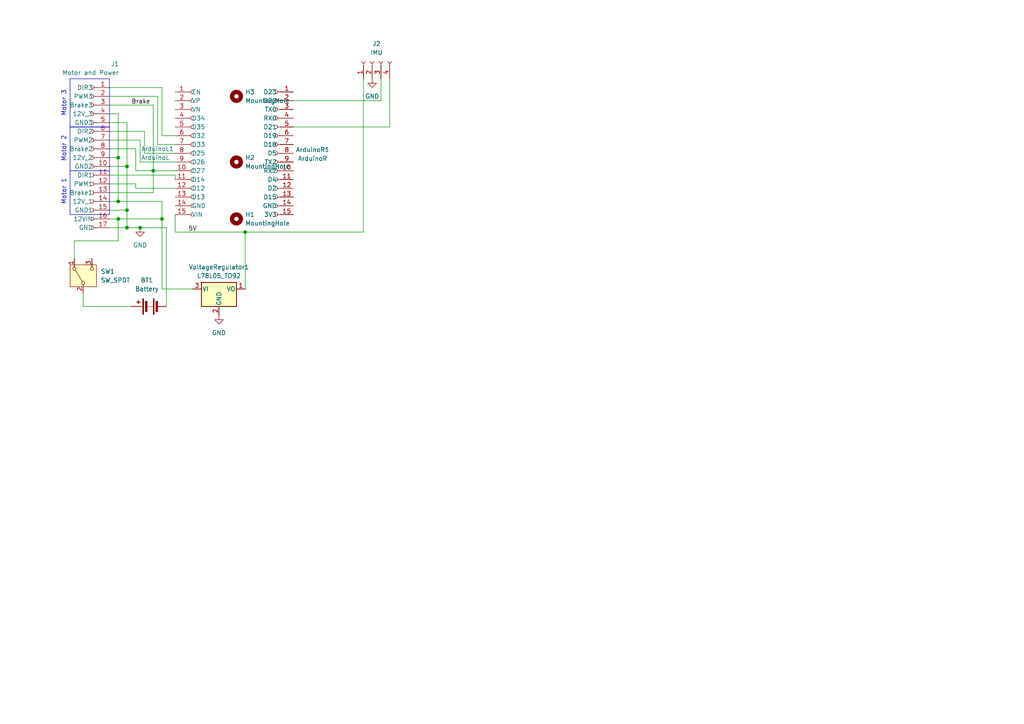
<source format=kicad_sch>
(kicad_sch (version 20250114) (generator "eeschema") (generator_version "9.0")
  (paper "A4")
  (lib_symbols
    (symbol "Conn_01x15_Socket_1" (pin_names (offset 1.016))
      (property "Reference" "ArduinoL" (at -20.32 1.27 0))
      (property "Value" "ArduinoL" (at -20.32 -1.27 0))
      (symbol "Conn_01x15_Socket_1_1_1"
        (polyline (pts (xy -1.27 17.78) (xy -0.508 17.78)) (stroke (width 0.1524)))
        (polyline (pts (xy -1.27 15.24) (xy -0.508 15.24)) (stroke (width 0.1524)))
        (polyline (pts (xy -1.27 12.7) (xy -0.508 12.7)) (stroke (width 0.1524)))
        (polyline (pts (xy -1.27 10.16) (xy -0.508 10.16)) (stroke (width 0.1524)))
        (polyline (pts (xy -1.27 7.62) (xy -0.508 7.62)) (stroke (width 0.1524)))
        (polyline (pts (xy -1.27 5.08) (xy -0.508 5.08)) (stroke (width 0.1524)))
        (polyline (pts (xy -1.27 2.54) (xy -0.508 2.54)) (stroke (width 0.1524)))
        (polyline (pts (xy -1.27 0) (xy -0.508 0)) (stroke (width 0.1524)))
        (polyline (pts (xy -1.27 -2.54) (xy -0.508 -2.54)) (stroke (width 0.1524)))
        (polyline (pts (xy -1.27 -5.08) (xy -0.508 -5.08)) (stroke (width 0.1524)))
        (polyline (pts (xy -1.27 -7.62) (xy -0.508 -7.62)) (stroke (width 0.1524)))
        (polyline (pts (xy -1.27 -10.16) (xy -0.508 -10.16)) (stroke (width 0.1524)))
        (polyline (pts (xy -1.27 -12.7) (xy -0.508 -12.7)) (stroke (width 0.1524)))
        (polyline (pts (xy -1.27 -15.24) (xy -0.508 -15.24)) (stroke (width 0.1524)))
        (polyline (pts (xy -1.27 -17.78) (xy -0.508 -17.78)) (stroke (width 0.1524)))
        (arc (start 0 17.272) (mid -0.5058 17.78) (end 0 18.288) (stroke (width 0.1524)))
        (arc (start 0 14.732) (mid -0.5058 15.24) (end 0 15.748) (stroke (width 0.1524)))
        (arc (start 0 12.192) (mid -0.5058 12.7) (end 0 13.208) (stroke (width 0.1524)))
        (arc (start 0 9.652) (mid -0.5058 10.16) (end 0 10.668) (stroke (width 0.1524)))
        (arc (start 0 7.112) (mid -0.5058 7.62) (end 0 8.128) (stroke (width 0.1524)))
        (arc (start 0 4.572) (mid -0.5058 5.08) (end 0 5.588) (stroke (width 0.1524)))
        (arc (start 0 2.032) (mid -0.5058 2.54) (end 0 3.048) (stroke (width 0.1524)))
        (arc (start 0 -0.508) (mid -0.5058 0) (end 0 0.508) (stroke (width 0.1524)))
        (arc (start 0 -3.048) (mid -0.5058 -2.54) (end 0 -2.032) (stroke (width 0.1524)))
        (arc (start 0 -5.588) (mid -0.5058 -5.08) (end 0 -4.572) (stroke (width 0.1524)))
        (arc (start 0 -8.128) (mid -0.5058 -7.62) (end 0 -7.112) (stroke (width 0.1524)))
        (arc (start 0 -10.668) (mid -0.5058 -10.16) (end 0 -9.652) (stroke (width 0.1524)))
        (arc (start 0 -13.208) (mid -0.5058 -12.7) (end 0 -12.192) (stroke (width 0.1524)))
        (arc (start 0 -15.748) (mid -0.5058 -15.24) (end 0 -14.732) (stroke (width 0.1524)))
        (arc (start 0 -18.288) (mid -0.5058 -17.78) (end 0 -17.272) (stroke (width 0.1524)))
        (pin passive line (at -5.08 17.78 0) (length 3.81) (name "EN") (number "1"))
        (pin passive line (at -5.08 15.24 0) (length 3.81) (name "VP") (number "2"))
        (pin passive line (at -5.08 12.7 0) (length 3.81) (name "VN") (number "3"))
        (pin passive line (at -5.08 10.16 0) (length 3.81) (name "D34") (number "4"))
        (pin passive line (at -5.08 7.62 0) (length 3.81) (name "D35") (number "5"))
        (pin passive line (at -5.08 5.08 0) (length 3.81) (name "D32") (number "6"))
        (pin passive line (at -5.08 2.54 0) (length 3.81) (name "D33") (number "7"))
        (pin passive line (at -5.08 0 0) (length 3.81) (name "D25") (number "8"))
        (pin passive line (at -5.08 -2.54 0) (length 3.81) (name "D26") (number "9"))
        (pin passive line (at -5.08 -5.08 0) (length 3.81) (name "D27") (number "10"))
        (pin passive line (at -5.08 -7.62 0) (length 3.81) (name "D14") (number "11"))
        (pin passive line (at -5.08 -10.16 0) (length 3.81) (name "D12") (number "12"))
        (pin passive line (at -5.08 -12.7 0) (length 3.81) (name "D13") (number "13"))
        (pin passive line (at -5.08 -15.24 0) (length 3.81) (name "GND") (number "14"))
        (pin passive line (at -5.08 -17.78 0) (length 3.81) (name "VIN") (number "15"))
      )
    )
    (symbol "Connector:Conn_01x04_Socket" (pin_names (offset 1.016) (hide yes))
      (property "Reference" "J" (at 0 5.08 0))
      (property "Value" "Conn_01x04_Socket" (at 0 -7.62 0))
      (symbol "Conn_01x04_Socket_1_1"
        (polyline (pts (xy -1.27 2.54) (xy -0.508 2.54)) (stroke (width 0.1524)))
        (polyline (pts (xy -1.27 0) (xy -0.508 0)) (stroke (width 0.1524)))
        (polyline (pts (xy -1.27 -2.54) (xy -0.508 -2.54)) (stroke (width 0.1524)))
        (polyline (pts (xy -1.27 -5.08) (xy -0.508 -5.08)) (stroke (width 0.1524)))
        (arc (start 0 2.032) (mid -0.5058 2.54) (end 0 3.048) (stroke (width 0.1524)))
        (arc (start 0 -0.508) (mid -0.5058 0) (end 0 0.508) (stroke (width 0.1524)))
        (arc (start 0 -3.048) (mid -0.5058 -2.54) (end 0 -2.032) (stroke (width 0.1524)))
        (arc (start 0 -5.588) (mid -0.5058 -5.08) (end 0 -4.572) (stroke (width 0.1524)))
        (pin passive line (at -5.08 2.54 0) (length 3.81) (name "Pin_1") (number "1"))
        (pin passive line (at -5.08 0 0) (length 3.81) (name "Pin_2") (number "2"))
        (pin passive line (at -5.08 -2.54 0) (length 3.81) (name "Pin_3") (number "3"))
        (pin passive line (at -5.08 -5.08 0) (length 3.81) (name "Pin_4") (number "4"))
      )
    )
    (symbol "Connector:Conn_01x15_Socket" (pin_names (offset 1.016))
      (property "Reference" "ArduinoR" (at -10.668 1.016 0))
      (property "Value" "ArduinoR" (at -10.668 -1.524 0))
      (symbol "Conn_01x15_Socket_1_1"
        (polyline (pts (xy -1.27 17.78) (xy -0.508 17.78)) (stroke (width 0.1524)))
        (polyline (pts (xy -1.27 15.24) (xy -0.508 15.24)) (stroke (width 0.1524)))
        (polyline (pts (xy -1.27 12.7) (xy -0.508 12.7)) (stroke (width 0.1524)))
        (polyline (pts (xy -1.27 10.16) (xy -0.508 10.16)) (stroke (width 0.1524)))
        (polyline (pts (xy -1.27 7.62) (xy -0.508 7.62)) (stroke (width 0.1524)))
        (polyline (pts (xy -1.27 5.08) (xy -0.508 5.08)) (stroke (width 0.1524)))
        (polyline (pts (xy -1.27 2.54) (xy -0.508 2.54)) (stroke (width 0.1524)))
        (polyline (pts (xy -1.27 0) (xy -0.508 0)) (stroke (width 0.1524)))
        (polyline (pts (xy -1.27 -2.54) (xy -0.508 -2.54)) (stroke (width 0.1524)))
        (polyline (pts (xy -1.27 -5.08) (xy -0.508 -5.08)) (stroke (width 0.1524)))
        (polyline (pts (xy -1.27 -7.62) (xy -0.508 -7.62)) (stroke (width 0.1524)))
        (polyline (pts (xy -1.27 -10.16) (xy -0.508 -10.16)) (stroke (width 0.1524)))
        (polyline (pts (xy -1.27 -12.7) (xy -0.508 -12.7)) (stroke (width 0.1524)))
        (polyline (pts (xy -1.27 -15.24) (xy -0.508 -15.24)) (stroke (width 0.1524)))
        (polyline (pts (xy -1.27 -17.78) (xy -0.508 -17.78)) (stroke (width 0.1524)))
        (arc (start 0 17.272) (mid -0.5058 17.78) (end 0 18.288) (stroke (width 0.1524)))
        (arc (start 0 14.732) (mid -0.5058 15.24) (end 0 15.748) (stroke (width 0.1524)))
        (arc (start 0 12.192) (mid -0.5058 12.7) (end 0 13.208) (stroke (width 0.1524)))
        (arc (start 0 9.652) (mid -0.5058 10.16) (end 0 10.668) (stroke (width 0.1524)))
        (arc (start 0 7.112) (mid -0.5058 7.62) (end 0 8.128) (stroke (width 0.1524)))
        (arc (start 0 4.572) (mid -0.5058 5.08) (end 0 5.588) (stroke (width 0.1524)))
        (arc (start 0 2.032) (mid -0.5058 2.54) (end 0 3.048) (stroke (width 0.1524)))
        (arc (start 0 -0.508) (mid -0.5058 0) (end 0 0.508) (stroke (width 0.1524)))
        (arc (start 0 -3.048) (mid -0.5058 -2.54) (end 0 -2.032) (stroke (width 0.1524)))
        (arc (start 0 -5.588) (mid -0.5058 -5.08) (end 0 -4.572) (stroke (width 0.1524)))
        (arc (start 0 -8.128) (mid -0.5058 -7.62) (end 0 -7.112) (stroke (width 0.1524)))
        (arc (start 0 -10.668) (mid -0.5058 -10.16) (end 0 -9.652) (stroke (width 0.1524)))
        (arc (start 0 -13.208) (mid -0.5058 -12.7) (end 0 -12.192) (stroke (width 0.1524)))
        (arc (start 0 -15.748) (mid -0.5058 -15.24) (end 0 -14.732) (stroke (width 0.1524)))
        (arc (start 0 -18.288) (mid -0.5058 -17.78) (end 0 -17.272) (stroke (width 0.1524)))
        (pin passive line (at -5.08 17.78 0) (length 3.81) (name "D23") (number "1"))
        (pin passive line (at -5.08 15.24 0) (length 3.81) (name "D22") (number "2"))
        (pin passive line (at -5.08 12.7 0) (length 3.81) (name "TX0") (number "3"))
        (pin passive line (at -5.08 10.16 0) (length 3.81) (name "RX0") (number "4"))
        (pin passive line (at -5.08 7.62 0) (length 3.81) (name "D21") (number "5"))
        (pin passive line (at -5.08 5.08 0) (length 3.81) (name "D19") (number "6"))
        (pin passive line (at -5.08 2.54 0) (length 3.81) (name "D18") (number "7"))
        (pin passive line (at -5.08 0 0) (length 3.81) (name "D5") (number "8"))
        (pin passive line (at -5.08 -2.54 0) (length 3.81) (name "TX2") (number "9"))
        (pin passive line (at -5.08 -5.08 0) (length 3.81) (name "RX2") (number "10"))
        (pin passive line (at -5.08 -7.62 0) (length 3.81) (name "D4") (number "11"))
        (pin passive line (at -5.08 -10.16 0) (length 3.81) (name "D2") (number "12"))
        (pin passive line (at -5.08 -12.7 0) (length 3.81) (name "D15") (number "13"))
        (pin passive line (at -5.08 -15.24 0) (length 3.81) (name "GND") (number "14"))
        (pin passive line (at -5.08 -17.78 0) (length 3.81) (name "3V3") (number "15"))
      )
    )
    (symbol "Connector:Conn_01x17_Socket" (pin_names (offset 1.016))
      (property "Reference" "J1" (at -7.874 27.178 0))
      (property "Value" "Conn_01x17_Socket" (at -7.874 24.638 0))
      (symbol "Conn_01x17_Socket_1_1"
        (polyline (pts (xy -1.27 20.32) (xy -0.508 20.32)) (stroke (width 0.1524)))
        (polyline (pts (xy -1.27 17.78) (xy -0.508 17.78)) (stroke (width 0.1524)))
        (polyline (pts (xy -1.27 15.24) (xy -0.508 15.24)) (stroke (width 0.1524)))
        (polyline (pts (xy -1.27 12.7) (xy -0.508 12.7)) (stroke (width 0.1524)))
        (polyline (pts (xy -1.27 10.16) (xy -0.508 10.16)) (stroke (width 0.1524)))
        (polyline (pts (xy -1.27 7.62) (xy -0.508 7.62)) (stroke (width 0.1524)))
        (polyline (pts (xy -1.27 5.08) (xy -0.508 5.08)) (stroke (width 0.1524)))
        (polyline (pts (xy -1.27 2.54) (xy -0.508 2.54)) (stroke (width 0.1524)))
        (polyline (pts (xy -1.27 0) (xy -0.508 0)) (stroke (width 0.1524)))
        (polyline (pts (xy -1.27 -2.54) (xy -0.508 -2.54)) (stroke (width 0.1524)))
        (polyline (pts (xy -1.27 -5.08) (xy -0.508 -5.08)) (stroke (width 0.1524)))
        (polyline (pts (xy -1.27 -7.62) (xy -0.508 -7.62)) (stroke (width 0.1524)))
        (polyline (pts (xy -1.27 -10.16) (xy -0.508 -10.16)) (stroke (width 0.1524)))
        (polyline (pts (xy -1.27 -12.7) (xy -0.508 -12.7)) (stroke (width 0.1524)))
        (polyline (pts (xy -1.27 -15.24) (xy -0.508 -15.24)) (stroke (width 0.1524)))
        (polyline (pts (xy -1.27 -17.78) (xy -0.508 -17.78)) (stroke (width 0.1524)))
        (polyline (pts (xy -1.27 -20.32) (xy -0.508 -20.32)) (stroke (width 0.1524)))
        (arc (start 0 19.812) (mid -0.5058 20.32) (end 0 20.828) (stroke (width 0.1524)))
        (arc (start 0 17.272) (mid -0.5058 17.78) (end 0 18.288) (stroke (width 0.1524)))
        (arc (start 0 14.732) (mid -0.5058 15.24) (end 0 15.748) (stroke (width 0.1524)))
        (arc (start 0 12.192) (mid -0.5058 12.7) (end 0 13.208) (stroke (width 0.1524)))
        (arc (start 0 9.652) (mid -0.5058 10.16) (end 0 10.668) (stroke (width 0.1524)))
        (arc (start 0 7.112) (mid -0.5058 7.62) (end 0 8.128) (stroke (width 0.1524)))
        (arc (start 0 4.572) (mid -0.5058 5.08) (end 0 5.588) (stroke (width 0.1524)))
        (arc (start 0 2.032) (mid -0.5058 2.54) (end 0 3.048) (stroke (width 0.1524)))
        (arc (start 0 -0.508) (mid -0.5058 0) (end 0 0.508) (stroke (width 0.1524)))
        (arc (start 0 -3.048) (mid -0.5058 -2.54) (end 0 -2.032) (stroke (width 0.1524)))
        (arc (start 0 -5.588) (mid -0.5058 -5.08) (end 0 -4.572) (stroke (width 0.1524)))
        (arc (start 0 -8.128) (mid -0.5058 -7.62) (end 0 -7.112) (stroke (width 0.1524)))
        (arc (start 0 -10.668) (mid -0.5058 -10.16) (end 0 -9.652) (stroke (width 0.1524)))
        (arc (start 0 -13.208) (mid -0.5058 -12.7) (end 0 -12.192) (stroke (width 0.1524)))
        (arc (start 0 -15.748) (mid -0.5058 -15.24) (end 0 -14.732) (stroke (width 0.1524)))
        (arc (start 0 -18.288) (mid -0.5058 -17.78) (end 0 -17.272) (stroke (width 0.1524)))
        (arc (start 0 -20.828) (mid -0.5058 -20.32) (end 0 -19.812) (stroke (width 0.1524)))
        (pin passive line (at -5.08 20.32 0) (length 3.81) (name "DIR3") (number "1"))
        (pin passive line (at -5.08 17.78 0) (length 3.81) (name "PWM3") (number "2"))
        (pin passive line (at -5.08 15.24 0) (length 3.81) (name "Brake3") (number "3"))
        (pin passive line (at -5.08 12.7 0) (length 3.81) (name "12V_3") (number "4"))
        (pin passive line (at -5.08 10.16 0) (length 3.81) (name "GND3") (number "5"))
        (pin passive line (at -5.08 7.62 0) (length 3.81) (name "DIR2") (number "6"))
        (pin passive line (at -5.08 5.08 0) (length 3.81) (name "PWM2") (number "7"))
        (pin passive line (at -5.08 2.54 0) (length 3.81) (name "Brake2") (number "8"))
        (pin passive line (at -5.08 0 0) (length 3.81) (name "12V_2") (number "9"))
        (pin passive line (at -5.08 -2.54 0) (length 3.81) (name "GND2") (number "10"))
        (pin passive line (at -5.08 -5.08 0) (length 3.81) (name "DIR1") (number "11"))
        (pin passive line (at -5.08 -7.62 0) (length 3.81) (name "PWM1") (number "12"))
        (pin passive line (at -5.08 -10.16 0) (length 3.81) (name "Brake1") (number "13"))
        (pin passive line (at -5.08 -12.7 0) (length 3.81) (name "12V_1") (number "14"))
        (pin passive line (at -5.08 -15.24 0) (length 3.81) (name "GND1") (number "15"))
        (pin passive line (at -5.08 -17.78 0) (length 3.81) (name "12VIN") (number "16"))
        (pin passive line (at -5.08 -20.32 0) (length 3.81) (name "GND") (number "17"))
      )
    )
    (symbol "Device:Battery" (pin_numbers (hide yes)) (pin_names (offset 0) (hide yes))
      (property "Reference" "BT" (at 2.54 2.54 0))
      (property "Value" "Battery" (at 2.54 0 0))
      (symbol "Battery_0_1"
        (rectangle (start -2.286 1.778) (end 2.286 1.524) (fill (type outline)))
        (rectangle (start -2.286 -1.27) (end 2.286 -1.524) (fill (type outline)))
        (rectangle (start -1.524 1.016) (end 1.524 0.508) (fill (type outline)))
        (rectangle (start -1.524 -2.032) (end 1.524 -2.54) (fill (type outline)))
        (polyline (pts (xy 0 1.778) (xy 0 2.54)))
        (polyline (pts (xy 0 0) (xy 0 0.254)))
        (polyline (pts (xy 0 -0.508) (xy 0 -0.254)))
        (polyline (pts (xy 0 -1.016) (xy 0 -0.762)))
        (polyline (pts (xy 0.762 3.048) (xy 1.778 3.048)) (stroke (width 0.254)))
        (polyline (pts (xy 1.27 3.556) (xy 1.27 2.54)) (stroke (width 0.254)))
      )
      (symbol "Battery_1_1"
        (pin passive line (at 0 5.08 270) (length 2.54) (name "+") (number "1"))
        (pin passive line (at 0 -5.08 90) (length 2.54) (name "-") (number "2"))
      )
    )
    (symbol "Mechanical:MountingHole" (pin_names (offset 1.016)) (in_bom no)
      (property "Reference" "H" (at 0 5.08 0))
      (property "Value" "MountingHole" (at 0 3.175 0))
      (symbol "MountingHole_0_1"
        (circle (center 0 0) (radius 1.27) (stroke (width 1.27)))
      )
    )
    (symbol "Regulator_Linear:L78L05_TO92" (pin_names (offset 0.254))
      (property "Reference" "U" (at -3.81 3.175 0))
      (property "Value" "L78L05_TO92" (at 0 3.175 0))
      (symbol "L78L05_TO92_0_1"
        (rectangle (start -5.08 -5.08) (end 5.08 1.905) (stroke (width 0.254)) (fill (type background)))
      )
      (symbol "L78L05_TO92_1_1"
        (pin power_in line (at -7.62 0 0) (length 2.54) (name "VI") (number "3"))
        (pin power_in line (at 0 -7.62 90) (length 2.54) (name "GND") (number "2"))
        (pin power_out line (at 7.62 0 180) (length 2.54) (name "VO") (number "1"))
      )
    )
    (symbol "Switch:SW_SPDT" (pin_names (offset 0) (hide yes))
      (property "Reference" "SW" (at 0 5.08 0))
      (property "Value" "SW_SPDT" (at 0 -5.08 0))
      (symbol "SW_SPDT_0_1"
        (circle (center -2.032 0) (radius 0.4572))
        (polyline (pts (xy -1.651 0.254) (xy 1.651 2.286)))
        (circle (center 2.032 2.54) (radius 0.4572))
        (circle (center 2.032 -2.54) (radius 0.4572))
      )
      (symbol "SW_SPDT_1_1"
        (rectangle (start -3.175 3.81) (end 3.175 -3.81) (fill (type background)))
        (pin passive line (at -5.08 0 0) (length 2.54) (name "B") (number "2"))
        (pin passive line (at 5.08 2.54 180) (length 2.54) (name "A") (number "1"))
        (pin passive line (at 5.08 -2.54 180) (length 2.54) (name "C") (number "3"))
      )
    )
    (symbol "power:GND" (power) (pin_numbers (hide yes)) (pin_names (offset 0) (hide yes))
      (property "Value" "GND" (at 0 -3.81 0))
      (symbol "GND_0_1"
        (polyline (pts (xy 0 0) (xy 0 -1.27) (xy 1.27 -1.27) (xy 0 -2.54) (xy -1.27 -1.27) (xy 0 -1.27)))
      )
      (symbol "GND_1_1"
        (pin power_in line (at 0 0 270) (length 0) (name "~") (number "1"))
      )
    )
  )
  (rectangle (start 20.32 22.86) (end 31.75 36.83))
  (rectangle (start 20.32 49.53) (end 31.75 62.23))
  (rectangle (start 20.32 36.83) (end 31.75 49.53))
  (text "Motor 1" (at 18.542 55.626 90) (effects (font (size 1.27 1.27))))
  (text "Motor 2" (at 18.542 43.18 90) (effects (font (size 1.27 1.27))))
  (text "Motor 3" (at 18.542 29.972 90) (effects (font (size 1.27 1.27))))
  (junction (at 46.99 63.5))
  (junction (at 71.12 67.31))
  (junction (at 36.83 66.04))
  (junction (at 40.64 66.04))
  (junction (at 34.29 45.72))
  (junction (at 34.29 63.5))
  (junction (at 36.83 60.96))
  (junction (at 34.29 58.42))
  (junction (at 44.45 49.53))
  (junction (at 36.83 48.26))
  (wire (pts (xy 45.72 27.94) (xy 45.72 41.91)))
  (wire (pts (xy 34.29 45.72) (xy 34.29 58.42)))
  (wire (pts (xy 34.29 69.85) (xy 34.29 63.5)))
  (wire (pts (xy 31.75 25.4) (xy 46.99 25.4)))
  (wire (pts (xy 39.37 43.18) (xy 39.37 49.53)))
  (wire (pts (xy 21.59 69.85) (xy 34.29 69.85)))
  (wire (pts (xy 40.64 66.04) (xy 48.26 66.04)))
  (wire (pts (xy 31.75 50.8) (xy 50.8 50.8)))
  (wire (pts (xy 110.49 29.21) (xy 110.49 22.86)))
  (wire (pts (xy 44.45 49.53) (xy 50.8 49.53)))
  (wire (pts (xy 71.12 67.31) (xy 105.41 67.31)))
  (wire (pts (xy 31.75 35.56) (xy 36.83 35.56)))
  (wire (pts (xy 48.26 88.9) (xy 48.26 66.04)))
  (wire (pts (xy 40.64 46.99) (xy 50.8 46.99)))
  (wire (pts (xy 31.75 38.1) (xy 41.91 38.1)))
  (wire (pts (xy 31.75 33.02) (xy 34.29 33.02)))
  (wire (pts (xy 71.12 67.31) (xy 71.12 83.82)))
  (wire (pts (xy 44.45 30.48) (xy 44.45 49.53)))
  (wire (pts (xy 50.8 62.23) (xy 50.8 67.31)))
  (wire (pts (xy 55.88 83.82) (xy 46.99 83.82)))
  (wire (pts (xy 31.75 63.5) (xy 34.29 63.5)))
  (wire (pts (xy 31.75 55.88) (xy 44.45 55.88)))
  (wire (pts (xy 31.75 40.64) (xy 40.64 40.64)))
  (wire (pts (xy 31.75 66.04) (xy 36.83 66.04)))
  (wire (pts (xy 113.03 36.83) (xy 85.09 36.83)))
  (wire (pts (xy 85.09 29.21) (xy 110.49 29.21)))
  (wire (pts (xy 34.29 58.42) (xy 46.99 58.42)))
  (wire (pts (xy 46.99 39.37) (xy 50.8 39.37)))
  (wire (pts (xy 31.75 48.26) (xy 36.83 48.26)))
  (wire (pts (xy 39.37 54.61) (xy 39.37 53.34)))
  (wire (pts (xy 31.75 43.18) (xy 39.37 43.18)))
  (wire (pts (xy 24.13 85.09) (xy 24.13 88.9)))
  (wire (pts (xy 50.8 67.31) (xy 71.12 67.31)))
  (wire (pts (xy 31.75 45.72) (xy 34.29 45.72)))
  (wire (pts (xy 46.99 63.5) (xy 46.99 83.82)))
  (wire (pts (xy 31.75 30.48) (xy 44.45 30.48)))
  (wire (pts (xy 50.8 50.8) (xy 50.8 52.07)))
  (wire (pts (xy 31.75 27.94) (xy 45.72 27.94)))
  (wire (pts (xy 36.83 48.26) (xy 36.83 60.96)))
  (wire (pts (xy 41.91 44.45) (xy 50.8 44.45)))
  (wire (pts (xy 36.83 35.56) (xy 36.83 48.26)))
  (wire (pts (xy 105.41 67.31) (xy 105.41 22.86)))
  (wire (pts (xy 21.59 74.93) (xy 21.59 69.85)))
  (wire (pts (xy 24.13 88.9) (xy 38.1 88.9)))
  (wire (pts (xy 36.83 60.96) (xy 36.83 66.04)))
  (wire (pts (xy 45.72 41.91) (xy 50.8 41.91)))
  (wire (pts (xy 31.75 60.96) (xy 36.83 60.96)))
  (wire (pts (xy 31.75 53.34) (xy 39.37 53.34)))
  (wire (pts (xy 34.29 33.02) (xy 34.29 45.72)))
  (wire (pts (xy 44.45 55.88) (xy 44.45 49.53)))
  (wire (pts (xy 39.37 49.53) (xy 44.45 49.53)))
  (wire (pts (xy 34.29 63.5) (xy 46.99 63.5)))
  (wire (pts (xy 31.75 58.42) (xy 34.29 58.42)))
  (wire (pts (xy 40.64 40.64) (xy 40.64 46.99)))
  (wire (pts (xy 36.83 66.04) (xy 40.64 66.04)))
  (wire (pts (xy 46.99 58.42) (xy 46.99 63.5)))
  (wire (pts (xy 41.91 38.1) (xy 41.91 44.45)))
  (wire (pts (xy 46.99 25.4) (xy 46.99 39.37)))
  (wire (pts (xy 113.03 22.86) (xy 113.03 36.83)))
  (wire (pts (xy 50.8 54.61) (xy 39.37 54.61)))
  (label "Brake" (at 38.1 30.48 0))
  (label "5V" (at 54.61 67.31 0))
  (symbol (lib_id "power:GND") (at 40.64 66.04 0) (unit 1)
    (property "Reference" "#PWR02" (effects (hide yes)))
    (property "Value" "GND" (at 40.64 71.12 0))
    (property "Description" "Power symbol creates a global label with name \"GND\" , ground" (effects (hide yes)))
  )
  (symbol (lib_id "Connector:Conn_01x04_Socket") (at 107.95 17.78 90) (unit 1)
    (property "Reference" "J2" (at 109.22 12.7 90))
    (property "Value" "IMU" (at 109.22 15.24 90))
    (property "Footprint" "Connector_PinSocket_2.54mm:PinSocket_1x04_P2.54mm_Vertical" (effects (hide yes)))
    (property "Description" "Generic connector, single row, 01x04, script generated" (effects (hide yes)))
  )
  (symbol (lib_id "Mechanical:MountingHole") (at 68.58 46.99 0) (unit 1) (in_bom no)
    (property "Reference" "H2" (at 71.12 45.7199 0) (effects (justify left)))
    (property "Value" "MountingHole" (at 71.12 48.2599 0) (effects (justify left)))
    (property "Footprint" "MountingHole:MountingHole_3.2mm_M3" (effects (hide yes)))
    (property "Description" "Mounting Hole without connection" (effects (hide yes)))
  )
  (symbol (lib_id "Mechanical:MountingHole") (at 68.58 27.94 0) (unit 1) (in_bom no)
    (property "Reference" "H3" (at 71.12 26.6699 0) (effects (justify left)))
    (property "Value" "MountingHole" (at 71.12 29.2099 0) (effects (justify left)))
    (property "Footprint" "MountingHole:MountingHole_3.2mm_M3" (effects (hide yes)))
    (property "Description" "Mounting Hole without connection" (effects (hide yes)))
  )
  (symbol (lib_id "power:GND") (at 63.5 91.44 0) (unit 1)
    (property "Reference" "#PWR01" (effects (hide yes)))
    (property "Value" "GND" (at 63.5 96.52 0))
    (property "Description" "Power symbol creates a global label with name \"GND\" , ground" (effects (hide yes)))
  )
  (symbol (lib_id "Connector:Conn_01x15_Socket") (at 80.01 44.45 0) (mirror y) (unit 1)
    (property "Reference" "ArduinoR1" (at 90.678 43.434 0))
    (property "Value" "ArduinoR" (at 90.678 45.974 0))
    (property "Footprint" "Connector_PinSocket_2.54mm:PinSocket_1x15_P2.54mm_Vertical" (effects (hide yes)))
    (property "Description" "Generic connector, single row, 01x15, script generated" (effects (hide yes)))
  )
  (symbol (lib_id "Device:Battery") (at 43.18 88.9 90) (unit 1)
    (property "Reference" "BT1" (at 42.6085 81.28 90))
    (property "Value" "Battery" (at 42.6085 83.82 90))
    (property "Footprint" "CustomFootprints:SolderWirePad_1x02_SMD_1x2mm" (effects (hide yes)))
    (property "Description" "Multiple-cell battery" (effects (hide yes)))
  )
  (symbol (lib_id "Regulator_Linear:L78L05_TO92") (at 63.5 83.82 0) (unit 1)
    (property "Reference" "VoltageRegulator1" (at 63.5 77.47 0))
    (property "Value" "L78L05_TO92" (at 63.5 80.01 0))
    (property "Footprint" "Package_TO_SOT_THT:TO-92_Inline" (effects (hide yes)))
    (property "Datasheet" "http://www.st.com/content/ccc/resource/technical/document/datasheet/15/55/e5/aa/23/5b/43/fd/CD00000446.pdf/files/CD00000446.pdf/jcr:content/translations/en.CD00000446.pdf" (effects (hide yes)))
    (property "Description" "Positive 100mA 30V Linear Regulator, Fixed Output 5V, TO-92" (effects (hide yes)))
  )
  (symbol (lib_id "Mechanical:MountingHole") (at 68.58 63.5 0) (unit 1) (in_bom no)
    (property "Reference" "H1" (at 71.12 62.2299 0) (effects (justify left)))
    (property "Value" "MountingHole" (at 71.12 64.7699 0) (effects (justify left)))
    (property "Footprint" "MountingHole:MountingHole_3.2mm_M3" (effects (hide yes)))
    (property "Description" "Mounting Hole without connection" (effects (hide yes)))
  )
  (symbol (lib_id "power:GND") (at 107.95 22.86 0) (unit 1)
    (property "Reference" "#PWR03" (effects (hide yes)))
    (property "Value" "GND" (at 107.95 27.94 0))
    (property "Description" "Power symbol creates a global label with name \"GND\" , ground" (effects (hide yes)))
  )
  (symbol (lib_name "Conn_01x15_Socket_1") (lib_id "Connector:Conn_01x15_Socket") (at 55.88 44.45 0) (unit 1)
    (property "Reference" "ArduinoL1" (at 40.894 43.18 0) (effects (justify left)))
    (property "Value" "ArduinoL" (at 40.894 45.72 0) (effects (justify left)))
    (property "Footprint" "Connector_PinSocket_2.54mm:PinSocket_1x15_P2.54mm_Vertical" (effects (hide yes)))
    (property "Description" "Generic connector, single row, 01x15, script generated" (effects (hide yes)))
  )
  (symbol (lib_id "Connector:Conn_01x17_Socket") (at 26.67 45.72 0) (mirror y) (unit 1)
    (property "Reference" "J1" (at 34.544 18.542 0) (effects (justify left)))
    (property "Value" "Motor and Power" (at 34.544 21.082 0) (effects (justify left)))
    (property "Footprint" "Connector_PinSocket_2.54mm:PinSocket_1x17_P2.54mm_Vertical" (effects (hide yes)))
    (property "Description" "Generic connector, single row, 01x17, script generated" (effects (hide yes)))
  )
  (symbol (lib_id "Switch:SW_SPDT") (at 24.13 80.01 90) (unit 1)
    (property "Reference" "SW1" (at 29.21 78.7399 90) (effects (justify right)))
    (property "Value" "SW_SPDT" (at 29.21 81.2799 90) (effects (justify right)))
    (property "Footprint" "Connector_PinSocket_2.54mm:PinSocket_1x03_P2.54mm_Vertical" (effects (hide yes)))
    (property "Description" "Switch, single pole double throw" (effects (hide yes)))
  )
)
</source>
